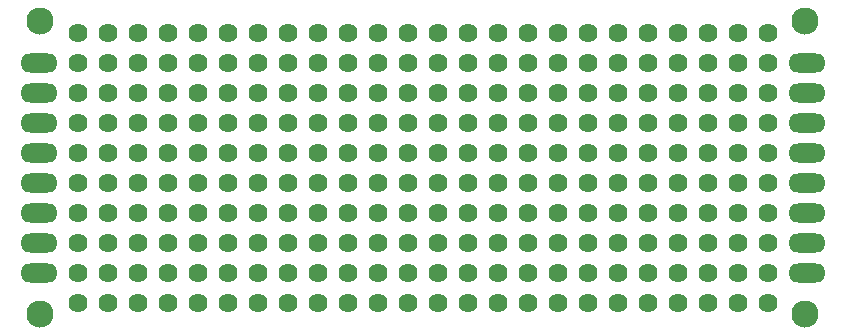
<source format=gbr>
%TF.GenerationSoftware,KiCad,Pcbnew,9.0.1*%
%TF.CreationDate,2025-05-06T23:47:47-04:00*%
%TF.ProjectId,classic-protoboard_10x24,636c6173-7369-4632-9d70-726f746f626f,rev?*%
%TF.SameCoordinates,Original*%
%TF.FileFunction,Soldermask,Bot*%
%TF.FilePolarity,Negative*%
%FSLAX46Y46*%
G04 Gerber Fmt 4.6, Leading zero omitted, Abs format (unit mm)*
G04 Created by KiCad (PCBNEW 9.0.1) date 2025-05-06 23:47:47*
%MOMM*%
%LPD*%
G01*
G04 APERTURE LIST*
%ADD10C,2.300000*%
%ADD11O,3.148000X1.624000*%
%ADD12C,1.624000*%
G04 APERTURE END LIST*
D10*
%TO.C,REF\u002A\u002A*%
X116130000Y-115890000D03*
%TD*%
%TO.C,REF\u002A\u002A*%
X180930000Y-91090000D03*
%TD*%
%TO.C,REF\u002A\u002A*%
X180930000Y-115890000D03*
%TD*%
%TO.C,REF\u002A\u002A*%
X116130000Y-91090000D03*
%TD*%
D11*
%TO.C,REF\u002A\u002A*%
X181050000Y-107290000D03*
%TD*%
%TO.C,REF\u002A\u002A*%
X116030000Y-104750000D03*
%TD*%
%TO.C,REF\u002A\u002A*%
X116030000Y-102210000D03*
%TD*%
%TO.C,REF\u002A\u002A*%
X181050000Y-99670000D03*
%TD*%
%TO.C,REF\u002A\u002A*%
X116030000Y-97130000D03*
%TD*%
%TO.C,REF\u002A\u002A*%
X116030000Y-99670000D03*
%TD*%
%TO.C,REF\u002A\u002A*%
X181050000Y-112370000D03*
%TD*%
%TO.C,REF\u002A\u002A*%
X116030000Y-94590000D03*
%TD*%
%TO.C,REF\u002A\u002A*%
X116030000Y-112370000D03*
%TD*%
%TO.C,REF\u002A\u002A*%
X181050000Y-94590000D03*
%TD*%
%TO.C,REF\u002A\u002A*%
X181050000Y-102210000D03*
%TD*%
%TO.C,REF\u002A\u002A*%
X181050000Y-109830000D03*
%TD*%
%TO.C,REF\u002A\u002A*%
X181050000Y-97130000D03*
%TD*%
%TO.C,REF\u002A\u002A*%
X116030000Y-109830000D03*
%TD*%
%TO.C,REF\u002A\u002A*%
X116030000Y-107290000D03*
%TD*%
%TO.C,REF\u002A\u002A*%
X181050000Y-104750000D03*
%TD*%
D12*
X129490000Y-99670000D03*
X144730000Y-114910000D03*
X142190000Y-102210000D03*
X144730000Y-102210000D03*
X132030000Y-112370000D03*
X147270000Y-114910000D03*
X175210000Y-107290000D03*
X177750000Y-94590000D03*
X170130000Y-107290000D03*
X175210000Y-99670000D03*
X177750000Y-99670000D03*
X177750000Y-97130000D03*
X134570000Y-112370000D03*
X170130000Y-97130000D03*
X129490000Y-109830000D03*
X132030000Y-109830000D03*
X139650000Y-109830000D03*
X152350000Y-112370000D03*
X162510000Y-112370000D03*
X147270000Y-99670000D03*
X167590000Y-114910000D03*
X144730000Y-112370000D03*
X139650000Y-112370000D03*
X142190000Y-112370000D03*
X177750000Y-112370000D03*
X170130000Y-112370000D03*
X154890000Y-109830000D03*
X165050000Y-114910000D03*
X119330000Y-92050000D03*
X165050000Y-99670000D03*
X177750000Y-107290000D03*
X172670000Y-112370000D03*
X175210000Y-112370000D03*
X124410000Y-114910000D03*
X162510000Y-97130000D03*
X157430000Y-112370000D03*
X144730000Y-107290000D03*
X147270000Y-107290000D03*
X147270000Y-94590000D03*
X149810000Y-112370000D03*
X167590000Y-107290000D03*
X129490000Y-102210000D03*
X132030000Y-102210000D03*
X167590000Y-97130000D03*
X165050000Y-102210000D03*
X162510000Y-92050000D03*
X121870000Y-102210000D03*
X134570000Y-94590000D03*
X139650000Y-92050000D03*
X129490000Y-94590000D03*
X159970000Y-94590000D03*
X126950000Y-92050000D03*
X157430000Y-92050000D03*
X159970000Y-99670000D03*
X167590000Y-109830000D03*
X119330000Y-112370000D03*
X129490000Y-107290000D03*
X139650000Y-107290000D03*
X159970000Y-112370000D03*
X129490000Y-92050000D03*
X139650000Y-94590000D03*
X129490000Y-104750000D03*
X132030000Y-94590000D03*
X137110000Y-92050000D03*
X124410000Y-107290000D03*
X165050000Y-109830000D03*
X167590000Y-102210000D03*
X119330000Y-104750000D03*
X134570000Y-107290000D03*
X137110000Y-107290000D03*
X157430000Y-102210000D03*
X149810000Y-107290000D03*
X119330000Y-107290000D03*
X121870000Y-107290000D03*
X134570000Y-97130000D03*
X139650000Y-114910000D03*
X142190000Y-114910000D03*
X154890000Y-114910000D03*
X157430000Y-114910000D03*
X132030000Y-92050000D03*
X154890000Y-92050000D03*
X121870000Y-104750000D03*
X142190000Y-92050000D03*
X132030000Y-97130000D03*
X165050000Y-107290000D03*
X144730000Y-94590000D03*
X165050000Y-104750000D03*
X124410000Y-92050000D03*
X124410000Y-102210000D03*
X126950000Y-102210000D03*
X157430000Y-104750000D03*
X159970000Y-104750000D03*
X162510000Y-104750000D03*
X129490000Y-114910000D03*
X132030000Y-114910000D03*
X137110000Y-104750000D03*
X139650000Y-104750000D03*
X124410000Y-109830000D03*
X142190000Y-109830000D03*
X134570000Y-109830000D03*
X137110000Y-109830000D03*
X132030000Y-104750000D03*
X142190000Y-104750000D03*
X144730000Y-104750000D03*
X119330000Y-109830000D03*
X121870000Y-109830000D03*
X159970000Y-109830000D03*
X162510000Y-109830000D03*
X126950000Y-104750000D03*
X119330000Y-114910000D03*
X124410000Y-112370000D03*
X126950000Y-112370000D03*
X147270000Y-109830000D03*
X159970000Y-92050000D03*
X147270000Y-97130000D03*
X149810000Y-97130000D03*
X121870000Y-97130000D03*
X124410000Y-97130000D03*
X167590000Y-94590000D03*
X149810000Y-94590000D03*
X121870000Y-92050000D03*
X157430000Y-97130000D03*
X134570000Y-102210000D03*
X137110000Y-102210000D03*
X162510000Y-99670000D03*
X149810000Y-92050000D03*
X137110000Y-94590000D03*
X142190000Y-107290000D03*
X147270000Y-102210000D03*
X149810000Y-102210000D03*
X152350000Y-102210000D03*
X154890000Y-102210000D03*
X134570000Y-114910000D03*
X137110000Y-114910000D03*
X152350000Y-99670000D03*
X126950000Y-97130000D03*
X152350000Y-94590000D03*
X162510000Y-114910000D03*
X142190000Y-99670000D03*
X137110000Y-99670000D03*
X144730000Y-97130000D03*
X134570000Y-104750000D03*
X144730000Y-92050000D03*
X119330000Y-94590000D03*
X121870000Y-94590000D03*
X154890000Y-97130000D03*
X165050000Y-94590000D03*
X154890000Y-94590000D03*
X157430000Y-94590000D03*
X159970000Y-97130000D03*
X142190000Y-94590000D03*
X134570000Y-92050000D03*
X124410000Y-99670000D03*
X159970000Y-107290000D03*
X162510000Y-107290000D03*
X149810000Y-109830000D03*
X152350000Y-109830000D03*
X126950000Y-107290000D03*
X152350000Y-107290000D03*
X154890000Y-107290000D03*
X159970000Y-102210000D03*
X162510000Y-102210000D03*
X157430000Y-99670000D03*
X154890000Y-112370000D03*
X147270000Y-92050000D03*
X121870000Y-114910000D03*
X139650000Y-97130000D03*
X126950000Y-94590000D03*
X152350000Y-97130000D03*
X137110000Y-112370000D03*
X124410000Y-94590000D03*
X142190000Y-97130000D03*
X129490000Y-112370000D03*
X126950000Y-99670000D03*
X165050000Y-112370000D03*
X167590000Y-112370000D03*
X139650000Y-99670000D03*
X119330000Y-102210000D03*
X121870000Y-99670000D03*
X144730000Y-99670000D03*
X149810000Y-99670000D03*
X147270000Y-112370000D03*
X165050000Y-92050000D03*
X149810000Y-114910000D03*
X152350000Y-114910000D03*
X167590000Y-99670000D03*
X159970000Y-114910000D03*
X147270000Y-104750000D03*
X149810000Y-104750000D03*
X124410000Y-104750000D03*
X134570000Y-99670000D03*
X152350000Y-104750000D03*
X154890000Y-104750000D03*
X167590000Y-92050000D03*
X139650000Y-102210000D03*
X152350000Y-92050000D03*
X132030000Y-107290000D03*
X119330000Y-99670000D03*
X129490000Y-97130000D03*
X137110000Y-97130000D03*
X132030000Y-99670000D03*
X126950000Y-109830000D03*
X119330000Y-97130000D03*
X144730000Y-109830000D03*
X126950000Y-114910000D03*
X121870000Y-112370000D03*
X157430000Y-109830000D03*
X162510000Y-94590000D03*
X154890000Y-99670000D03*
X157430000Y-107290000D03*
X167590000Y-104750000D03*
X165050000Y-97130000D03*
X172670000Y-109830000D03*
X172670000Y-107290000D03*
X177750000Y-114910000D03*
X172670000Y-114910000D03*
X170130000Y-104750000D03*
X172670000Y-104750000D03*
X175210000Y-104750000D03*
X177750000Y-104750000D03*
X175210000Y-97130000D03*
X170130000Y-102210000D03*
X172670000Y-102210000D03*
X175210000Y-114910000D03*
X170130000Y-109830000D03*
X175210000Y-102210000D03*
X177750000Y-102210000D03*
X170130000Y-114910000D03*
X177750000Y-109830000D03*
X170130000Y-94590000D03*
X172670000Y-94590000D03*
X172670000Y-97130000D03*
X175210000Y-92050000D03*
X177750000Y-92050000D03*
X170130000Y-99670000D03*
X172670000Y-99670000D03*
X175210000Y-109830000D03*
X170130000Y-92050000D03*
X172670000Y-92050000D03*
X175210000Y-94590000D03*
M02*

</source>
